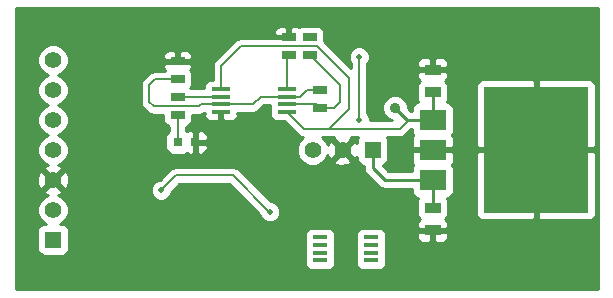
<source format=gbl>
G04 (created by PCBNEW (2013-07-07 BZR 4022)-stable) date 1/28/2014 11:43:37 AM*
%MOIN*%
G04 Gerber Fmt 3.4, Leading zero omitted, Abs format*
%FSLAX34Y34*%
G01*
G70*
G90*
G04 APERTURE LIST*
%ADD10C,0.00590551*%
%ADD11R,0.055X0.055*%
%ADD12C,0.055*%
%ADD13R,0.055X0.035*%
%ADD14R,0.35X0.42*%
%ADD15R,0.09X0.07*%
%ADD16R,0.0629921X0.011811*%
%ADD17R,0.045X0.025*%
%ADD18R,0.0314X0.0314*%
%ADD19R,0.05X0.015*%
%ADD20C,0.02*%
%ADD21C,0.035*%
%ADD22C,0.006*%
%ADD23C,0.01*%
G04 APERTURE END LIST*
G54D10*
G54D11*
X85950Y-55450D03*
G54D12*
X84950Y-55450D03*
X83950Y-55450D03*
G54D13*
X87950Y-57375D03*
X87950Y-58125D03*
X87950Y-53525D03*
X87950Y-52775D03*
G54D14*
X91400Y-55450D03*
G54D15*
X87950Y-55450D03*
X87950Y-56450D03*
X87950Y-54450D03*
G54D11*
X75300Y-58450D03*
G54D12*
X75300Y-57450D03*
X75300Y-56450D03*
X75300Y-55450D03*
X75300Y-54450D03*
X75300Y-53450D03*
X75300Y-52450D03*
G54D16*
X80897Y-54183D03*
X80897Y-53927D03*
X80897Y-53672D03*
X80897Y-53416D03*
X83102Y-53416D03*
X83102Y-53672D03*
X83102Y-53927D03*
X83102Y-54183D03*
G54D17*
X83150Y-51700D03*
X83150Y-52300D03*
X79450Y-52500D03*
X79450Y-53100D03*
X79450Y-53700D03*
X79450Y-54300D03*
X83850Y-52300D03*
X83850Y-51700D03*
X84200Y-53450D03*
X84200Y-54050D03*
G54D18*
X79455Y-55200D03*
X80045Y-55200D03*
G54D19*
X84200Y-59134D03*
X84200Y-58878D03*
X84200Y-58622D03*
X84200Y-58366D03*
X85900Y-58366D03*
X85900Y-58622D03*
X85900Y-58878D03*
X85900Y-59134D03*
G54D20*
X81300Y-59450D03*
X80500Y-52600D03*
G54D21*
X86750Y-52650D03*
G54D20*
X85500Y-54450D03*
X85500Y-52350D03*
X82530Y-57510D03*
X78900Y-56795D03*
G54D21*
X86700Y-54050D03*
G54D22*
X84200Y-54050D02*
X84650Y-54050D01*
X84350Y-52800D02*
X83850Y-52300D01*
X84850Y-53300D02*
X84350Y-52800D01*
X84850Y-53850D02*
X84850Y-53300D01*
X84650Y-54050D02*
X84850Y-53850D01*
X83102Y-53927D02*
X84077Y-53927D01*
X84077Y-53927D02*
X84200Y-54050D01*
X79450Y-53100D02*
X78700Y-53100D01*
X80222Y-53927D02*
X80897Y-53927D01*
X80150Y-54000D02*
X80222Y-53927D01*
X78650Y-54000D02*
X80150Y-54000D01*
X78500Y-53850D02*
X78650Y-54000D01*
X78500Y-53300D02*
X78500Y-53850D01*
X78700Y-53100D02*
X78500Y-53300D01*
X83102Y-53672D02*
X83527Y-53672D01*
X83750Y-53450D02*
X84200Y-53450D01*
X83527Y-53672D02*
X83750Y-53450D01*
X83102Y-53672D02*
X82227Y-53672D01*
X81972Y-53927D02*
X80897Y-53927D01*
X82227Y-53672D02*
X81972Y-53927D01*
X85500Y-52350D02*
X85500Y-54450D01*
X75300Y-52450D02*
X75300Y-52450D01*
X82505Y-57510D02*
X82530Y-57510D01*
X81295Y-56300D02*
X82505Y-57510D01*
X79395Y-56300D02*
X81295Y-56300D01*
X78900Y-56795D02*
X79395Y-56300D01*
X80897Y-53416D02*
X80897Y-52652D01*
X85150Y-54100D02*
X84500Y-54750D01*
X85150Y-53050D02*
X85150Y-54100D01*
X84100Y-52000D02*
X85150Y-53050D01*
X81550Y-52000D02*
X84100Y-52000D01*
X80897Y-52652D02*
X81550Y-52000D01*
X83102Y-54183D02*
X83102Y-54202D01*
X86850Y-54750D02*
X87150Y-54450D01*
X83650Y-54750D02*
X84500Y-54750D01*
X84500Y-54750D02*
X86850Y-54750D01*
X83102Y-54202D02*
X83650Y-54750D01*
G54D23*
X87950Y-54450D02*
X87150Y-54450D01*
X87150Y-54450D02*
X87100Y-54450D01*
X87100Y-54450D02*
X86700Y-54050D01*
X87950Y-54450D02*
X87950Y-53525D01*
G54D22*
X80897Y-53672D02*
X79477Y-53672D01*
X79477Y-53672D02*
X79450Y-53700D01*
X79450Y-54300D02*
X79450Y-55195D01*
X79450Y-55195D02*
X79455Y-55200D01*
X83102Y-53416D02*
X83102Y-52347D01*
X83102Y-52347D02*
X83150Y-52300D01*
G54D23*
X87950Y-56450D02*
X86350Y-56450D01*
X85950Y-56050D02*
X85950Y-55450D01*
X86350Y-56450D02*
X85950Y-56050D01*
X87950Y-57375D02*
X87950Y-56450D01*
G54D10*
G36*
X93450Y-60100D02*
X93400Y-60100D01*
X93400Y-57599D01*
X93400Y-53300D01*
X93362Y-53208D01*
X93291Y-53138D01*
X93199Y-53100D01*
X93100Y-53099D01*
X91512Y-53100D01*
X91450Y-53162D01*
X91450Y-55400D01*
X93337Y-55400D01*
X93400Y-55337D01*
X93400Y-53300D01*
X93400Y-57599D01*
X93400Y-55562D01*
X93337Y-55500D01*
X91450Y-55500D01*
X91450Y-57737D01*
X91512Y-57800D01*
X93100Y-57800D01*
X93199Y-57799D01*
X93291Y-57761D01*
X93362Y-57691D01*
X93400Y-57599D01*
X93400Y-60100D01*
X91350Y-60100D01*
X91350Y-57737D01*
X91350Y-55500D01*
X91350Y-55400D01*
X91350Y-53162D01*
X91287Y-53100D01*
X89699Y-53099D01*
X89600Y-53100D01*
X89508Y-53138D01*
X89437Y-53208D01*
X89399Y-53300D01*
X89400Y-55337D01*
X89462Y-55400D01*
X91350Y-55400D01*
X91350Y-55500D01*
X89462Y-55500D01*
X89400Y-55562D01*
X89399Y-57599D01*
X89437Y-57691D01*
X89508Y-57761D01*
X89600Y-57799D01*
X89699Y-57800D01*
X91287Y-57800D01*
X91350Y-57737D01*
X91350Y-60100D01*
X88650Y-60100D01*
X88650Y-56750D01*
X88650Y-56050D01*
X88612Y-55958D01*
X88603Y-55950D01*
X88612Y-55941D01*
X88650Y-55849D01*
X88650Y-55562D01*
X88587Y-55500D01*
X88000Y-55500D01*
X88000Y-55507D01*
X87900Y-55507D01*
X87900Y-55500D01*
X87312Y-55500D01*
X87250Y-55562D01*
X87249Y-55849D01*
X87287Y-55941D01*
X87296Y-55949D01*
X87288Y-55958D01*
X87250Y-56050D01*
X87249Y-56149D01*
X87249Y-56150D01*
X86474Y-56150D01*
X86292Y-55967D01*
X86366Y-55937D01*
X86436Y-55866D01*
X86474Y-55774D01*
X86475Y-55675D01*
X86475Y-55125D01*
X86437Y-55033D01*
X86433Y-55030D01*
X86850Y-55030D01*
X86957Y-55008D01*
X86957Y-55008D01*
X87047Y-54947D01*
X87245Y-54750D01*
X87249Y-54750D01*
X87249Y-54849D01*
X87287Y-54941D01*
X87296Y-54950D01*
X87287Y-54958D01*
X87249Y-55050D01*
X87250Y-55337D01*
X87312Y-55400D01*
X87900Y-55400D01*
X87900Y-55392D01*
X88000Y-55392D01*
X88000Y-55400D01*
X88587Y-55400D01*
X88650Y-55337D01*
X88650Y-55050D01*
X88612Y-54958D01*
X88603Y-54950D01*
X88611Y-54941D01*
X88649Y-54849D01*
X88650Y-54750D01*
X88650Y-54050D01*
X88612Y-53958D01*
X88541Y-53888D01*
X88449Y-53850D01*
X88428Y-53850D01*
X88436Y-53841D01*
X88474Y-53749D01*
X88475Y-53650D01*
X88475Y-53300D01*
X88437Y-53208D01*
X88378Y-53150D01*
X88437Y-53091D01*
X88475Y-52999D01*
X88475Y-52550D01*
X88437Y-52458D01*
X88366Y-52388D01*
X88274Y-52350D01*
X88175Y-52349D01*
X88062Y-52350D01*
X88000Y-52412D01*
X88000Y-52725D01*
X88412Y-52725D01*
X88475Y-52662D01*
X88475Y-52550D01*
X88475Y-52999D01*
X88475Y-52887D01*
X88412Y-52825D01*
X88000Y-52825D01*
X88000Y-52832D01*
X87900Y-52832D01*
X87900Y-52825D01*
X87900Y-52725D01*
X87900Y-52412D01*
X87837Y-52350D01*
X87724Y-52349D01*
X87625Y-52350D01*
X87533Y-52388D01*
X87462Y-52458D01*
X87424Y-52550D01*
X87425Y-52662D01*
X87487Y-52725D01*
X87900Y-52725D01*
X87900Y-52825D01*
X87487Y-52825D01*
X87425Y-52887D01*
X87424Y-52999D01*
X87462Y-53091D01*
X87521Y-53150D01*
X87463Y-53208D01*
X87425Y-53300D01*
X87424Y-53399D01*
X87424Y-53749D01*
X87462Y-53841D01*
X87471Y-53849D01*
X87450Y-53849D01*
X87358Y-53887D01*
X87288Y-53958D01*
X87250Y-54050D01*
X87249Y-54149D01*
X87249Y-54150D01*
X87224Y-54150D01*
X87124Y-54050D01*
X87125Y-53965D01*
X87060Y-53809D01*
X86941Y-53689D01*
X86784Y-53625D01*
X86615Y-53624D01*
X86459Y-53689D01*
X86339Y-53808D01*
X86275Y-53965D01*
X86274Y-54134D01*
X86339Y-54290D01*
X86458Y-54410D01*
X86603Y-54470D01*
X85849Y-54470D01*
X85850Y-54380D01*
X85796Y-54252D01*
X85780Y-54235D01*
X85780Y-52565D01*
X85796Y-52548D01*
X85849Y-52419D01*
X85850Y-52280D01*
X85796Y-52152D01*
X85698Y-52053D01*
X85569Y-52000D01*
X85430Y-51999D01*
X85302Y-52053D01*
X85203Y-52151D01*
X85150Y-52280D01*
X85149Y-52419D01*
X85203Y-52548D01*
X85220Y-52564D01*
X85220Y-52724D01*
X84324Y-51829D01*
X84325Y-51775D01*
X84325Y-51525D01*
X84287Y-51433D01*
X84216Y-51363D01*
X84124Y-51325D01*
X84025Y-51324D01*
X83575Y-51324D01*
X83499Y-51356D01*
X83424Y-51325D01*
X83325Y-51324D01*
X83262Y-51325D01*
X83200Y-51387D01*
X83200Y-51650D01*
X83207Y-51650D01*
X83207Y-51720D01*
X83100Y-51720D01*
X83100Y-51650D01*
X83100Y-51387D01*
X83037Y-51325D01*
X82974Y-51324D01*
X82875Y-51325D01*
X82783Y-51363D01*
X82712Y-51433D01*
X82674Y-51525D01*
X82675Y-51587D01*
X82737Y-51650D01*
X83100Y-51650D01*
X83100Y-51720D01*
X81550Y-51720D01*
X81442Y-51741D01*
X81412Y-51761D01*
X81352Y-51802D01*
X80699Y-52454D01*
X80638Y-52545D01*
X80617Y-52652D01*
X80617Y-53107D01*
X80533Y-53107D01*
X80441Y-53145D01*
X80370Y-53215D01*
X80332Y-53307D01*
X80332Y-53392D01*
X79861Y-53392D01*
X79886Y-53366D01*
X79924Y-53274D01*
X79925Y-53175D01*
X79925Y-52925D01*
X79887Y-52833D01*
X79853Y-52800D01*
X79887Y-52766D01*
X79925Y-52674D01*
X79925Y-52325D01*
X79887Y-52233D01*
X79816Y-52163D01*
X79724Y-52125D01*
X79625Y-52124D01*
X79562Y-52125D01*
X79500Y-52187D01*
X79500Y-52450D01*
X79862Y-52450D01*
X79925Y-52387D01*
X79925Y-52325D01*
X79925Y-52674D01*
X79925Y-52612D01*
X79862Y-52550D01*
X79500Y-52550D01*
X79500Y-52557D01*
X79400Y-52557D01*
X79400Y-52550D01*
X79400Y-52450D01*
X79400Y-52187D01*
X79337Y-52125D01*
X79274Y-52124D01*
X79175Y-52125D01*
X79083Y-52163D01*
X79012Y-52233D01*
X78974Y-52325D01*
X78975Y-52387D01*
X79037Y-52450D01*
X79400Y-52450D01*
X79400Y-52550D01*
X79037Y-52550D01*
X78975Y-52612D01*
X78974Y-52674D01*
X79012Y-52766D01*
X79046Y-52799D01*
X79026Y-52820D01*
X78700Y-52820D01*
X78592Y-52841D01*
X78562Y-52861D01*
X78502Y-52902D01*
X78302Y-53102D01*
X78241Y-53192D01*
X78220Y-53300D01*
X78220Y-53850D01*
X78241Y-53957D01*
X78302Y-54047D01*
X78452Y-54197D01*
X78452Y-54197D01*
X78512Y-54238D01*
X78542Y-54258D01*
X78542Y-54258D01*
X78650Y-54280D01*
X78974Y-54280D01*
X78974Y-54474D01*
X79012Y-54566D01*
X79083Y-54636D01*
X79170Y-54672D01*
X79170Y-54825D01*
X79156Y-54830D01*
X79086Y-54901D01*
X79048Y-54993D01*
X79047Y-55092D01*
X79047Y-55406D01*
X79085Y-55498D01*
X79156Y-55568D01*
X79248Y-55606D01*
X79347Y-55607D01*
X79661Y-55607D01*
X79750Y-55570D01*
X79838Y-55607D01*
X79932Y-55607D01*
X79995Y-55544D01*
X79995Y-55250D01*
X79987Y-55250D01*
X79987Y-55150D01*
X79995Y-55150D01*
X79995Y-54855D01*
X79932Y-54793D01*
X79838Y-54792D01*
X79749Y-54829D01*
X79730Y-54821D01*
X79730Y-54672D01*
X79816Y-54637D01*
X79886Y-54566D01*
X79924Y-54474D01*
X79925Y-54375D01*
X79925Y-54280D01*
X80150Y-54280D01*
X80257Y-54258D01*
X80257Y-54258D01*
X80332Y-54208D01*
X80332Y-54233D01*
X80374Y-54233D01*
X80332Y-54275D01*
X80332Y-54292D01*
X80370Y-54384D01*
X80440Y-54454D01*
X80532Y-54492D01*
X80632Y-54492D01*
X80785Y-54492D01*
X80847Y-54430D01*
X80847Y-54237D01*
X80947Y-54237D01*
X80947Y-54430D01*
X81010Y-54492D01*
X81163Y-54492D01*
X81262Y-54492D01*
X81354Y-54454D01*
X81424Y-54384D01*
X81462Y-54292D01*
X81462Y-54275D01*
X81420Y-54233D01*
X81462Y-54233D01*
X81462Y-54207D01*
X81972Y-54207D01*
X82079Y-54186D01*
X82079Y-54186D01*
X82170Y-54125D01*
X82343Y-53952D01*
X82537Y-53952D01*
X82537Y-54036D01*
X82545Y-54055D01*
X82537Y-54074D01*
X82537Y-54174D01*
X82537Y-54292D01*
X82575Y-54384D01*
X82645Y-54454D01*
X82737Y-54492D01*
X82836Y-54492D01*
X82996Y-54492D01*
X83452Y-54947D01*
X83542Y-55008D01*
X83542Y-55008D01*
X83560Y-55012D01*
X83631Y-55026D01*
X83505Y-55152D01*
X83425Y-55345D01*
X83424Y-55553D01*
X83504Y-55747D01*
X83652Y-55894D01*
X83845Y-55974D01*
X84053Y-55975D01*
X84247Y-55895D01*
X84394Y-55747D01*
X84447Y-55621D01*
X84489Y-55722D01*
X84582Y-55747D01*
X84879Y-55450D01*
X84582Y-55152D01*
X84489Y-55177D01*
X84450Y-55287D01*
X84395Y-55153D01*
X84272Y-55030D01*
X84500Y-55030D01*
X84666Y-55030D01*
X84652Y-55082D01*
X84950Y-55379D01*
X85247Y-55082D01*
X85233Y-55030D01*
X85466Y-55030D01*
X85463Y-55033D01*
X85425Y-55125D01*
X85424Y-55212D01*
X85410Y-55177D01*
X85317Y-55152D01*
X85020Y-55450D01*
X85317Y-55747D01*
X85410Y-55722D01*
X85424Y-55681D01*
X85424Y-55774D01*
X85462Y-55866D01*
X85533Y-55936D01*
X85625Y-55974D01*
X85650Y-55974D01*
X85650Y-56050D01*
X85672Y-56164D01*
X85737Y-56262D01*
X86137Y-56662D01*
X86137Y-56662D01*
X86235Y-56727D01*
X86349Y-56749D01*
X86350Y-56750D01*
X87249Y-56750D01*
X87249Y-56849D01*
X87287Y-56941D01*
X87358Y-57011D01*
X87450Y-57049D01*
X87471Y-57049D01*
X87463Y-57058D01*
X87425Y-57150D01*
X87424Y-57249D01*
X87424Y-57599D01*
X87462Y-57691D01*
X87521Y-57750D01*
X87462Y-57808D01*
X87424Y-57900D01*
X87425Y-58012D01*
X87487Y-58075D01*
X87900Y-58075D01*
X87900Y-58067D01*
X88000Y-58067D01*
X88000Y-58075D01*
X88412Y-58075D01*
X88475Y-58012D01*
X88475Y-57900D01*
X88437Y-57808D01*
X88378Y-57749D01*
X88436Y-57691D01*
X88474Y-57599D01*
X88475Y-57500D01*
X88475Y-57150D01*
X88437Y-57058D01*
X88428Y-57050D01*
X88449Y-57050D01*
X88541Y-57012D01*
X88611Y-56941D01*
X88649Y-56849D01*
X88650Y-56750D01*
X88650Y-60100D01*
X88475Y-60100D01*
X88475Y-58349D01*
X88475Y-58237D01*
X88412Y-58175D01*
X88000Y-58175D01*
X88000Y-58487D01*
X88062Y-58550D01*
X88175Y-58550D01*
X88274Y-58549D01*
X88366Y-58511D01*
X88437Y-58441D01*
X88475Y-58349D01*
X88475Y-60100D01*
X87900Y-60100D01*
X87900Y-58487D01*
X87900Y-58175D01*
X87487Y-58175D01*
X87425Y-58237D01*
X87424Y-58349D01*
X87462Y-58441D01*
X87533Y-58511D01*
X87625Y-58549D01*
X87724Y-58550D01*
X87837Y-58550D01*
X87900Y-58487D01*
X87900Y-60100D01*
X86400Y-60100D01*
X86400Y-59159D01*
X86400Y-59009D01*
X86398Y-59006D01*
X86399Y-59002D01*
X86400Y-58903D01*
X86400Y-58753D01*
X86398Y-58750D01*
X86399Y-58746D01*
X86400Y-58647D01*
X86400Y-58497D01*
X86398Y-58494D01*
X86399Y-58490D01*
X86400Y-58391D01*
X86400Y-58241D01*
X86362Y-58149D01*
X86291Y-58079D01*
X86199Y-58041D01*
X86100Y-58040D01*
X85600Y-58040D01*
X85508Y-58078D01*
X85438Y-58149D01*
X85400Y-58241D01*
X85399Y-58340D01*
X85399Y-58490D01*
X85401Y-58493D01*
X85400Y-58497D01*
X85399Y-58596D01*
X85399Y-58746D01*
X85401Y-58749D01*
X85400Y-58753D01*
X85399Y-58852D01*
X85399Y-59002D01*
X85401Y-59005D01*
X85400Y-59009D01*
X85399Y-59108D01*
X85399Y-59258D01*
X85437Y-59350D01*
X85508Y-59420D01*
X85600Y-59458D01*
X85699Y-59459D01*
X86199Y-59459D01*
X86291Y-59421D01*
X86361Y-59350D01*
X86399Y-59258D01*
X86400Y-59159D01*
X86400Y-60100D01*
X85247Y-60100D01*
X85247Y-55817D01*
X84950Y-55520D01*
X84652Y-55817D01*
X84677Y-55910D01*
X84874Y-55979D01*
X85082Y-55968D01*
X85222Y-55910D01*
X85247Y-55817D01*
X85247Y-60100D01*
X84700Y-60100D01*
X84700Y-59159D01*
X84700Y-59009D01*
X84698Y-59006D01*
X84699Y-59002D01*
X84700Y-58903D01*
X84700Y-58753D01*
X84698Y-58750D01*
X84699Y-58746D01*
X84700Y-58647D01*
X84700Y-58497D01*
X84698Y-58494D01*
X84699Y-58490D01*
X84700Y-58391D01*
X84700Y-58241D01*
X84662Y-58149D01*
X84591Y-58079D01*
X84499Y-58041D01*
X84400Y-58040D01*
X83900Y-58040D01*
X83808Y-58078D01*
X83738Y-58149D01*
X83700Y-58241D01*
X83699Y-58340D01*
X83699Y-58490D01*
X83701Y-58493D01*
X83700Y-58497D01*
X83699Y-58596D01*
X83699Y-58746D01*
X83701Y-58749D01*
X83700Y-58753D01*
X83699Y-58852D01*
X83699Y-59002D01*
X83701Y-59005D01*
X83700Y-59009D01*
X83699Y-59108D01*
X83699Y-59258D01*
X83737Y-59350D01*
X83808Y-59420D01*
X83900Y-59458D01*
X83999Y-59459D01*
X84499Y-59459D01*
X84591Y-59421D01*
X84661Y-59350D01*
X84699Y-59258D01*
X84700Y-59159D01*
X84700Y-60100D01*
X82880Y-60100D01*
X82880Y-57440D01*
X82826Y-57312D01*
X82728Y-57213D01*
X82599Y-57160D01*
X82550Y-57160D01*
X81492Y-56102D01*
X81402Y-56041D01*
X81295Y-56020D01*
X80452Y-56020D01*
X80452Y-55307D01*
X80452Y-55092D01*
X80451Y-54993D01*
X80413Y-54901D01*
X80343Y-54830D01*
X80251Y-54792D01*
X80157Y-54793D01*
X80095Y-54855D01*
X80095Y-55150D01*
X80389Y-55150D01*
X80452Y-55087D01*
X80452Y-55092D01*
X80452Y-55307D01*
X80452Y-55312D01*
X80389Y-55250D01*
X80095Y-55250D01*
X80095Y-55544D01*
X80157Y-55607D01*
X80251Y-55607D01*
X80343Y-55569D01*
X80413Y-55498D01*
X80451Y-55406D01*
X80452Y-55307D01*
X80452Y-56020D01*
X79395Y-56020D01*
X79287Y-56041D01*
X79257Y-56061D01*
X79197Y-56102D01*
X78854Y-56444D01*
X78830Y-56444D01*
X78702Y-56498D01*
X78603Y-56596D01*
X78550Y-56725D01*
X78549Y-56864D01*
X78603Y-56993D01*
X78701Y-57091D01*
X78830Y-57144D01*
X78969Y-57145D01*
X79098Y-57091D01*
X79196Y-56993D01*
X79249Y-56864D01*
X79249Y-56841D01*
X79510Y-56580D01*
X81179Y-56580D01*
X82181Y-57582D01*
X82233Y-57708D01*
X82331Y-57806D01*
X82460Y-57859D01*
X82599Y-57860D01*
X82728Y-57806D01*
X82826Y-57708D01*
X82879Y-57579D01*
X82880Y-57440D01*
X82880Y-60100D01*
X75829Y-60100D01*
X75829Y-56525D01*
X75825Y-56437D01*
X75825Y-55346D01*
X75745Y-55153D01*
X75597Y-55005D01*
X75464Y-54949D01*
X75597Y-54895D01*
X75744Y-54747D01*
X75824Y-54554D01*
X75825Y-54346D01*
X75745Y-54153D01*
X75597Y-54005D01*
X75464Y-53949D01*
X75597Y-53895D01*
X75744Y-53747D01*
X75824Y-53554D01*
X75825Y-53346D01*
X75745Y-53153D01*
X75597Y-53005D01*
X75464Y-52949D01*
X75597Y-52895D01*
X75744Y-52747D01*
X75824Y-52554D01*
X75825Y-52346D01*
X75745Y-52153D01*
X75597Y-52005D01*
X75404Y-51925D01*
X75196Y-51924D01*
X75003Y-52004D01*
X74855Y-52152D01*
X74775Y-52345D01*
X74774Y-52553D01*
X74854Y-52747D01*
X75002Y-52894D01*
X75135Y-52950D01*
X75003Y-53004D01*
X74855Y-53152D01*
X74775Y-53345D01*
X74774Y-53553D01*
X74854Y-53747D01*
X75002Y-53894D01*
X75135Y-53950D01*
X75003Y-54004D01*
X74855Y-54152D01*
X74775Y-54345D01*
X74774Y-54553D01*
X74854Y-54747D01*
X75002Y-54894D01*
X75135Y-54950D01*
X75003Y-55004D01*
X74855Y-55152D01*
X74775Y-55345D01*
X74774Y-55553D01*
X74854Y-55747D01*
X75002Y-55894D01*
X75128Y-55947D01*
X75027Y-55989D01*
X75002Y-56082D01*
X75300Y-56379D01*
X75597Y-56082D01*
X75572Y-55989D01*
X75462Y-55950D01*
X75597Y-55895D01*
X75744Y-55747D01*
X75824Y-55554D01*
X75825Y-55346D01*
X75825Y-56437D01*
X75818Y-56317D01*
X75760Y-56177D01*
X75667Y-56152D01*
X75370Y-56450D01*
X75667Y-56747D01*
X75760Y-56722D01*
X75829Y-56525D01*
X75829Y-60100D01*
X75825Y-60100D01*
X75825Y-57346D01*
X75745Y-57153D01*
X75597Y-57005D01*
X75471Y-56952D01*
X75572Y-56910D01*
X75597Y-56817D01*
X75300Y-56520D01*
X75229Y-56591D01*
X75229Y-56450D01*
X74932Y-56152D01*
X74839Y-56177D01*
X74770Y-56374D01*
X74781Y-56582D01*
X74839Y-56722D01*
X74932Y-56747D01*
X75229Y-56450D01*
X75229Y-56591D01*
X75002Y-56817D01*
X75027Y-56910D01*
X75137Y-56949D01*
X75003Y-57004D01*
X74855Y-57152D01*
X74775Y-57345D01*
X74774Y-57553D01*
X74854Y-57747D01*
X75002Y-57894D01*
X75074Y-57924D01*
X74975Y-57924D01*
X74883Y-57962D01*
X74813Y-58033D01*
X74775Y-58125D01*
X74774Y-58224D01*
X74774Y-58774D01*
X74812Y-58866D01*
X74883Y-58936D01*
X74975Y-58974D01*
X75074Y-58975D01*
X75624Y-58975D01*
X75716Y-58937D01*
X75786Y-58866D01*
X75824Y-58774D01*
X75825Y-58675D01*
X75825Y-58125D01*
X75787Y-58033D01*
X75716Y-57963D01*
X75624Y-57925D01*
X75525Y-57924D01*
X75525Y-57924D01*
X75597Y-57895D01*
X75744Y-57747D01*
X75824Y-57554D01*
X75825Y-57346D01*
X75825Y-60100D01*
X74069Y-60100D01*
X74069Y-50719D01*
X93450Y-50719D01*
X93450Y-60100D01*
X93450Y-60100D01*
G37*
G54D23*
X93450Y-60100D02*
X93400Y-60100D01*
X93400Y-57599D01*
X93400Y-53300D01*
X93362Y-53208D01*
X93291Y-53138D01*
X93199Y-53100D01*
X93100Y-53099D01*
X91512Y-53100D01*
X91450Y-53162D01*
X91450Y-55400D01*
X93337Y-55400D01*
X93400Y-55337D01*
X93400Y-53300D01*
X93400Y-57599D01*
X93400Y-55562D01*
X93337Y-55500D01*
X91450Y-55500D01*
X91450Y-57737D01*
X91512Y-57800D01*
X93100Y-57800D01*
X93199Y-57799D01*
X93291Y-57761D01*
X93362Y-57691D01*
X93400Y-57599D01*
X93400Y-60100D01*
X91350Y-60100D01*
X91350Y-57737D01*
X91350Y-55500D01*
X91350Y-55400D01*
X91350Y-53162D01*
X91287Y-53100D01*
X89699Y-53099D01*
X89600Y-53100D01*
X89508Y-53138D01*
X89437Y-53208D01*
X89399Y-53300D01*
X89400Y-55337D01*
X89462Y-55400D01*
X91350Y-55400D01*
X91350Y-55500D01*
X89462Y-55500D01*
X89400Y-55562D01*
X89399Y-57599D01*
X89437Y-57691D01*
X89508Y-57761D01*
X89600Y-57799D01*
X89699Y-57800D01*
X91287Y-57800D01*
X91350Y-57737D01*
X91350Y-60100D01*
X88650Y-60100D01*
X88650Y-56750D01*
X88650Y-56050D01*
X88612Y-55958D01*
X88603Y-55950D01*
X88612Y-55941D01*
X88650Y-55849D01*
X88650Y-55562D01*
X88587Y-55500D01*
X88000Y-55500D01*
X88000Y-55507D01*
X87900Y-55507D01*
X87900Y-55500D01*
X87312Y-55500D01*
X87250Y-55562D01*
X87249Y-55849D01*
X87287Y-55941D01*
X87296Y-55949D01*
X87288Y-55958D01*
X87250Y-56050D01*
X87249Y-56149D01*
X87249Y-56150D01*
X86474Y-56150D01*
X86292Y-55967D01*
X86366Y-55937D01*
X86436Y-55866D01*
X86474Y-55774D01*
X86475Y-55675D01*
X86475Y-55125D01*
X86437Y-55033D01*
X86433Y-55030D01*
X86850Y-55030D01*
X86957Y-55008D01*
X86957Y-55008D01*
X87047Y-54947D01*
X87245Y-54750D01*
X87249Y-54750D01*
X87249Y-54849D01*
X87287Y-54941D01*
X87296Y-54950D01*
X87287Y-54958D01*
X87249Y-55050D01*
X87250Y-55337D01*
X87312Y-55400D01*
X87900Y-55400D01*
X87900Y-55392D01*
X88000Y-55392D01*
X88000Y-55400D01*
X88587Y-55400D01*
X88650Y-55337D01*
X88650Y-55050D01*
X88612Y-54958D01*
X88603Y-54950D01*
X88611Y-54941D01*
X88649Y-54849D01*
X88650Y-54750D01*
X88650Y-54050D01*
X88612Y-53958D01*
X88541Y-53888D01*
X88449Y-53850D01*
X88428Y-53850D01*
X88436Y-53841D01*
X88474Y-53749D01*
X88475Y-53650D01*
X88475Y-53300D01*
X88437Y-53208D01*
X88378Y-53150D01*
X88437Y-53091D01*
X88475Y-52999D01*
X88475Y-52550D01*
X88437Y-52458D01*
X88366Y-52388D01*
X88274Y-52350D01*
X88175Y-52349D01*
X88062Y-52350D01*
X88000Y-52412D01*
X88000Y-52725D01*
X88412Y-52725D01*
X88475Y-52662D01*
X88475Y-52550D01*
X88475Y-52999D01*
X88475Y-52887D01*
X88412Y-52825D01*
X88000Y-52825D01*
X88000Y-52832D01*
X87900Y-52832D01*
X87900Y-52825D01*
X87900Y-52725D01*
X87900Y-52412D01*
X87837Y-52350D01*
X87724Y-52349D01*
X87625Y-52350D01*
X87533Y-52388D01*
X87462Y-52458D01*
X87424Y-52550D01*
X87425Y-52662D01*
X87487Y-52725D01*
X87900Y-52725D01*
X87900Y-52825D01*
X87487Y-52825D01*
X87425Y-52887D01*
X87424Y-52999D01*
X87462Y-53091D01*
X87521Y-53150D01*
X87463Y-53208D01*
X87425Y-53300D01*
X87424Y-53399D01*
X87424Y-53749D01*
X87462Y-53841D01*
X87471Y-53849D01*
X87450Y-53849D01*
X87358Y-53887D01*
X87288Y-53958D01*
X87250Y-54050D01*
X87249Y-54149D01*
X87249Y-54150D01*
X87224Y-54150D01*
X87124Y-54050D01*
X87125Y-53965D01*
X87060Y-53809D01*
X86941Y-53689D01*
X86784Y-53625D01*
X86615Y-53624D01*
X86459Y-53689D01*
X86339Y-53808D01*
X86275Y-53965D01*
X86274Y-54134D01*
X86339Y-54290D01*
X86458Y-54410D01*
X86603Y-54470D01*
X85849Y-54470D01*
X85850Y-54380D01*
X85796Y-54252D01*
X85780Y-54235D01*
X85780Y-52565D01*
X85796Y-52548D01*
X85849Y-52419D01*
X85850Y-52280D01*
X85796Y-52152D01*
X85698Y-52053D01*
X85569Y-52000D01*
X85430Y-51999D01*
X85302Y-52053D01*
X85203Y-52151D01*
X85150Y-52280D01*
X85149Y-52419D01*
X85203Y-52548D01*
X85220Y-52564D01*
X85220Y-52724D01*
X84324Y-51829D01*
X84325Y-51775D01*
X84325Y-51525D01*
X84287Y-51433D01*
X84216Y-51363D01*
X84124Y-51325D01*
X84025Y-51324D01*
X83575Y-51324D01*
X83499Y-51356D01*
X83424Y-51325D01*
X83325Y-51324D01*
X83262Y-51325D01*
X83200Y-51387D01*
X83200Y-51650D01*
X83207Y-51650D01*
X83207Y-51720D01*
X83100Y-51720D01*
X83100Y-51650D01*
X83100Y-51387D01*
X83037Y-51325D01*
X82974Y-51324D01*
X82875Y-51325D01*
X82783Y-51363D01*
X82712Y-51433D01*
X82674Y-51525D01*
X82675Y-51587D01*
X82737Y-51650D01*
X83100Y-51650D01*
X83100Y-51720D01*
X81550Y-51720D01*
X81442Y-51741D01*
X81412Y-51761D01*
X81352Y-51802D01*
X80699Y-52454D01*
X80638Y-52545D01*
X80617Y-52652D01*
X80617Y-53107D01*
X80533Y-53107D01*
X80441Y-53145D01*
X80370Y-53215D01*
X80332Y-53307D01*
X80332Y-53392D01*
X79861Y-53392D01*
X79886Y-53366D01*
X79924Y-53274D01*
X79925Y-53175D01*
X79925Y-52925D01*
X79887Y-52833D01*
X79853Y-52800D01*
X79887Y-52766D01*
X79925Y-52674D01*
X79925Y-52325D01*
X79887Y-52233D01*
X79816Y-52163D01*
X79724Y-52125D01*
X79625Y-52124D01*
X79562Y-52125D01*
X79500Y-52187D01*
X79500Y-52450D01*
X79862Y-52450D01*
X79925Y-52387D01*
X79925Y-52325D01*
X79925Y-52674D01*
X79925Y-52612D01*
X79862Y-52550D01*
X79500Y-52550D01*
X79500Y-52557D01*
X79400Y-52557D01*
X79400Y-52550D01*
X79400Y-52450D01*
X79400Y-52187D01*
X79337Y-52125D01*
X79274Y-52124D01*
X79175Y-52125D01*
X79083Y-52163D01*
X79012Y-52233D01*
X78974Y-52325D01*
X78975Y-52387D01*
X79037Y-52450D01*
X79400Y-52450D01*
X79400Y-52550D01*
X79037Y-52550D01*
X78975Y-52612D01*
X78974Y-52674D01*
X79012Y-52766D01*
X79046Y-52799D01*
X79026Y-52820D01*
X78700Y-52820D01*
X78592Y-52841D01*
X78562Y-52861D01*
X78502Y-52902D01*
X78302Y-53102D01*
X78241Y-53192D01*
X78220Y-53300D01*
X78220Y-53850D01*
X78241Y-53957D01*
X78302Y-54047D01*
X78452Y-54197D01*
X78452Y-54197D01*
X78512Y-54238D01*
X78542Y-54258D01*
X78542Y-54258D01*
X78650Y-54280D01*
X78974Y-54280D01*
X78974Y-54474D01*
X79012Y-54566D01*
X79083Y-54636D01*
X79170Y-54672D01*
X79170Y-54825D01*
X79156Y-54830D01*
X79086Y-54901D01*
X79048Y-54993D01*
X79047Y-55092D01*
X79047Y-55406D01*
X79085Y-55498D01*
X79156Y-55568D01*
X79248Y-55606D01*
X79347Y-55607D01*
X79661Y-55607D01*
X79750Y-55570D01*
X79838Y-55607D01*
X79932Y-55607D01*
X79995Y-55544D01*
X79995Y-55250D01*
X79987Y-55250D01*
X79987Y-55150D01*
X79995Y-55150D01*
X79995Y-54855D01*
X79932Y-54793D01*
X79838Y-54792D01*
X79749Y-54829D01*
X79730Y-54821D01*
X79730Y-54672D01*
X79816Y-54637D01*
X79886Y-54566D01*
X79924Y-54474D01*
X79925Y-54375D01*
X79925Y-54280D01*
X80150Y-54280D01*
X80257Y-54258D01*
X80257Y-54258D01*
X80332Y-54208D01*
X80332Y-54233D01*
X80374Y-54233D01*
X80332Y-54275D01*
X80332Y-54292D01*
X80370Y-54384D01*
X80440Y-54454D01*
X80532Y-54492D01*
X80632Y-54492D01*
X80785Y-54492D01*
X80847Y-54430D01*
X80847Y-54237D01*
X80947Y-54237D01*
X80947Y-54430D01*
X81010Y-54492D01*
X81163Y-54492D01*
X81262Y-54492D01*
X81354Y-54454D01*
X81424Y-54384D01*
X81462Y-54292D01*
X81462Y-54275D01*
X81420Y-54233D01*
X81462Y-54233D01*
X81462Y-54207D01*
X81972Y-54207D01*
X82079Y-54186D01*
X82079Y-54186D01*
X82170Y-54125D01*
X82343Y-53952D01*
X82537Y-53952D01*
X82537Y-54036D01*
X82545Y-54055D01*
X82537Y-54074D01*
X82537Y-54174D01*
X82537Y-54292D01*
X82575Y-54384D01*
X82645Y-54454D01*
X82737Y-54492D01*
X82836Y-54492D01*
X82996Y-54492D01*
X83452Y-54947D01*
X83542Y-55008D01*
X83542Y-55008D01*
X83560Y-55012D01*
X83631Y-55026D01*
X83505Y-55152D01*
X83425Y-55345D01*
X83424Y-55553D01*
X83504Y-55747D01*
X83652Y-55894D01*
X83845Y-55974D01*
X84053Y-55975D01*
X84247Y-55895D01*
X84394Y-55747D01*
X84447Y-55621D01*
X84489Y-55722D01*
X84582Y-55747D01*
X84879Y-55450D01*
X84582Y-55152D01*
X84489Y-55177D01*
X84450Y-55287D01*
X84395Y-55153D01*
X84272Y-55030D01*
X84500Y-55030D01*
X84666Y-55030D01*
X84652Y-55082D01*
X84950Y-55379D01*
X85247Y-55082D01*
X85233Y-55030D01*
X85466Y-55030D01*
X85463Y-55033D01*
X85425Y-55125D01*
X85424Y-55212D01*
X85410Y-55177D01*
X85317Y-55152D01*
X85020Y-55450D01*
X85317Y-55747D01*
X85410Y-55722D01*
X85424Y-55681D01*
X85424Y-55774D01*
X85462Y-55866D01*
X85533Y-55936D01*
X85625Y-55974D01*
X85650Y-55974D01*
X85650Y-56050D01*
X85672Y-56164D01*
X85737Y-56262D01*
X86137Y-56662D01*
X86137Y-56662D01*
X86235Y-56727D01*
X86349Y-56749D01*
X86350Y-56750D01*
X87249Y-56750D01*
X87249Y-56849D01*
X87287Y-56941D01*
X87358Y-57011D01*
X87450Y-57049D01*
X87471Y-57049D01*
X87463Y-57058D01*
X87425Y-57150D01*
X87424Y-57249D01*
X87424Y-57599D01*
X87462Y-57691D01*
X87521Y-57750D01*
X87462Y-57808D01*
X87424Y-57900D01*
X87425Y-58012D01*
X87487Y-58075D01*
X87900Y-58075D01*
X87900Y-58067D01*
X88000Y-58067D01*
X88000Y-58075D01*
X88412Y-58075D01*
X88475Y-58012D01*
X88475Y-57900D01*
X88437Y-57808D01*
X88378Y-57749D01*
X88436Y-57691D01*
X88474Y-57599D01*
X88475Y-57500D01*
X88475Y-57150D01*
X88437Y-57058D01*
X88428Y-57050D01*
X88449Y-57050D01*
X88541Y-57012D01*
X88611Y-56941D01*
X88649Y-56849D01*
X88650Y-56750D01*
X88650Y-60100D01*
X88475Y-60100D01*
X88475Y-58349D01*
X88475Y-58237D01*
X88412Y-58175D01*
X88000Y-58175D01*
X88000Y-58487D01*
X88062Y-58550D01*
X88175Y-58550D01*
X88274Y-58549D01*
X88366Y-58511D01*
X88437Y-58441D01*
X88475Y-58349D01*
X88475Y-60100D01*
X87900Y-60100D01*
X87900Y-58487D01*
X87900Y-58175D01*
X87487Y-58175D01*
X87425Y-58237D01*
X87424Y-58349D01*
X87462Y-58441D01*
X87533Y-58511D01*
X87625Y-58549D01*
X87724Y-58550D01*
X87837Y-58550D01*
X87900Y-58487D01*
X87900Y-60100D01*
X86400Y-60100D01*
X86400Y-59159D01*
X86400Y-59009D01*
X86398Y-59006D01*
X86399Y-59002D01*
X86400Y-58903D01*
X86400Y-58753D01*
X86398Y-58750D01*
X86399Y-58746D01*
X86400Y-58647D01*
X86400Y-58497D01*
X86398Y-58494D01*
X86399Y-58490D01*
X86400Y-58391D01*
X86400Y-58241D01*
X86362Y-58149D01*
X86291Y-58079D01*
X86199Y-58041D01*
X86100Y-58040D01*
X85600Y-58040D01*
X85508Y-58078D01*
X85438Y-58149D01*
X85400Y-58241D01*
X85399Y-58340D01*
X85399Y-58490D01*
X85401Y-58493D01*
X85400Y-58497D01*
X85399Y-58596D01*
X85399Y-58746D01*
X85401Y-58749D01*
X85400Y-58753D01*
X85399Y-58852D01*
X85399Y-59002D01*
X85401Y-59005D01*
X85400Y-59009D01*
X85399Y-59108D01*
X85399Y-59258D01*
X85437Y-59350D01*
X85508Y-59420D01*
X85600Y-59458D01*
X85699Y-59459D01*
X86199Y-59459D01*
X86291Y-59421D01*
X86361Y-59350D01*
X86399Y-59258D01*
X86400Y-59159D01*
X86400Y-60100D01*
X85247Y-60100D01*
X85247Y-55817D01*
X84950Y-55520D01*
X84652Y-55817D01*
X84677Y-55910D01*
X84874Y-55979D01*
X85082Y-55968D01*
X85222Y-55910D01*
X85247Y-55817D01*
X85247Y-60100D01*
X84700Y-60100D01*
X84700Y-59159D01*
X84700Y-59009D01*
X84698Y-59006D01*
X84699Y-59002D01*
X84700Y-58903D01*
X84700Y-58753D01*
X84698Y-58750D01*
X84699Y-58746D01*
X84700Y-58647D01*
X84700Y-58497D01*
X84698Y-58494D01*
X84699Y-58490D01*
X84700Y-58391D01*
X84700Y-58241D01*
X84662Y-58149D01*
X84591Y-58079D01*
X84499Y-58041D01*
X84400Y-58040D01*
X83900Y-58040D01*
X83808Y-58078D01*
X83738Y-58149D01*
X83700Y-58241D01*
X83699Y-58340D01*
X83699Y-58490D01*
X83701Y-58493D01*
X83700Y-58497D01*
X83699Y-58596D01*
X83699Y-58746D01*
X83701Y-58749D01*
X83700Y-58753D01*
X83699Y-58852D01*
X83699Y-59002D01*
X83701Y-59005D01*
X83700Y-59009D01*
X83699Y-59108D01*
X83699Y-59258D01*
X83737Y-59350D01*
X83808Y-59420D01*
X83900Y-59458D01*
X83999Y-59459D01*
X84499Y-59459D01*
X84591Y-59421D01*
X84661Y-59350D01*
X84699Y-59258D01*
X84700Y-59159D01*
X84700Y-60100D01*
X82880Y-60100D01*
X82880Y-57440D01*
X82826Y-57312D01*
X82728Y-57213D01*
X82599Y-57160D01*
X82550Y-57160D01*
X81492Y-56102D01*
X81402Y-56041D01*
X81295Y-56020D01*
X80452Y-56020D01*
X80452Y-55307D01*
X80452Y-55092D01*
X80451Y-54993D01*
X80413Y-54901D01*
X80343Y-54830D01*
X80251Y-54792D01*
X80157Y-54793D01*
X80095Y-54855D01*
X80095Y-55150D01*
X80389Y-55150D01*
X80452Y-55087D01*
X80452Y-55092D01*
X80452Y-55307D01*
X80452Y-55312D01*
X80389Y-55250D01*
X80095Y-55250D01*
X80095Y-55544D01*
X80157Y-55607D01*
X80251Y-55607D01*
X80343Y-55569D01*
X80413Y-55498D01*
X80451Y-55406D01*
X80452Y-55307D01*
X80452Y-56020D01*
X79395Y-56020D01*
X79287Y-56041D01*
X79257Y-56061D01*
X79197Y-56102D01*
X78854Y-56444D01*
X78830Y-56444D01*
X78702Y-56498D01*
X78603Y-56596D01*
X78550Y-56725D01*
X78549Y-56864D01*
X78603Y-56993D01*
X78701Y-57091D01*
X78830Y-57144D01*
X78969Y-57145D01*
X79098Y-57091D01*
X79196Y-56993D01*
X79249Y-56864D01*
X79249Y-56841D01*
X79510Y-56580D01*
X81179Y-56580D01*
X82181Y-57582D01*
X82233Y-57708D01*
X82331Y-57806D01*
X82460Y-57859D01*
X82599Y-57860D01*
X82728Y-57806D01*
X82826Y-57708D01*
X82879Y-57579D01*
X82880Y-57440D01*
X82880Y-60100D01*
X75829Y-60100D01*
X75829Y-56525D01*
X75825Y-56437D01*
X75825Y-55346D01*
X75745Y-55153D01*
X75597Y-55005D01*
X75464Y-54949D01*
X75597Y-54895D01*
X75744Y-54747D01*
X75824Y-54554D01*
X75825Y-54346D01*
X75745Y-54153D01*
X75597Y-54005D01*
X75464Y-53949D01*
X75597Y-53895D01*
X75744Y-53747D01*
X75824Y-53554D01*
X75825Y-53346D01*
X75745Y-53153D01*
X75597Y-53005D01*
X75464Y-52949D01*
X75597Y-52895D01*
X75744Y-52747D01*
X75824Y-52554D01*
X75825Y-52346D01*
X75745Y-52153D01*
X75597Y-52005D01*
X75404Y-51925D01*
X75196Y-51924D01*
X75003Y-52004D01*
X74855Y-52152D01*
X74775Y-52345D01*
X74774Y-52553D01*
X74854Y-52747D01*
X75002Y-52894D01*
X75135Y-52950D01*
X75003Y-53004D01*
X74855Y-53152D01*
X74775Y-53345D01*
X74774Y-53553D01*
X74854Y-53747D01*
X75002Y-53894D01*
X75135Y-53950D01*
X75003Y-54004D01*
X74855Y-54152D01*
X74775Y-54345D01*
X74774Y-54553D01*
X74854Y-54747D01*
X75002Y-54894D01*
X75135Y-54950D01*
X75003Y-55004D01*
X74855Y-55152D01*
X74775Y-55345D01*
X74774Y-55553D01*
X74854Y-55747D01*
X75002Y-55894D01*
X75128Y-55947D01*
X75027Y-55989D01*
X75002Y-56082D01*
X75300Y-56379D01*
X75597Y-56082D01*
X75572Y-55989D01*
X75462Y-55950D01*
X75597Y-55895D01*
X75744Y-55747D01*
X75824Y-55554D01*
X75825Y-55346D01*
X75825Y-56437D01*
X75818Y-56317D01*
X75760Y-56177D01*
X75667Y-56152D01*
X75370Y-56450D01*
X75667Y-56747D01*
X75760Y-56722D01*
X75829Y-56525D01*
X75829Y-60100D01*
X75825Y-60100D01*
X75825Y-57346D01*
X75745Y-57153D01*
X75597Y-57005D01*
X75471Y-56952D01*
X75572Y-56910D01*
X75597Y-56817D01*
X75300Y-56520D01*
X75229Y-56591D01*
X75229Y-56450D01*
X74932Y-56152D01*
X74839Y-56177D01*
X74770Y-56374D01*
X74781Y-56582D01*
X74839Y-56722D01*
X74932Y-56747D01*
X75229Y-56450D01*
X75229Y-56591D01*
X75002Y-56817D01*
X75027Y-56910D01*
X75137Y-56949D01*
X75003Y-57004D01*
X74855Y-57152D01*
X74775Y-57345D01*
X74774Y-57553D01*
X74854Y-57747D01*
X75002Y-57894D01*
X75074Y-57924D01*
X74975Y-57924D01*
X74883Y-57962D01*
X74813Y-58033D01*
X74775Y-58125D01*
X74774Y-58224D01*
X74774Y-58774D01*
X74812Y-58866D01*
X74883Y-58936D01*
X74975Y-58974D01*
X75074Y-58975D01*
X75624Y-58975D01*
X75716Y-58937D01*
X75786Y-58866D01*
X75824Y-58774D01*
X75825Y-58675D01*
X75825Y-58125D01*
X75787Y-58033D01*
X75716Y-57963D01*
X75624Y-57925D01*
X75525Y-57924D01*
X75525Y-57924D01*
X75597Y-57895D01*
X75744Y-57747D01*
X75824Y-57554D01*
X75825Y-57346D01*
X75825Y-60100D01*
X74069Y-60100D01*
X74069Y-50719D01*
X93450Y-50719D01*
X93450Y-60100D01*
M02*

</source>
